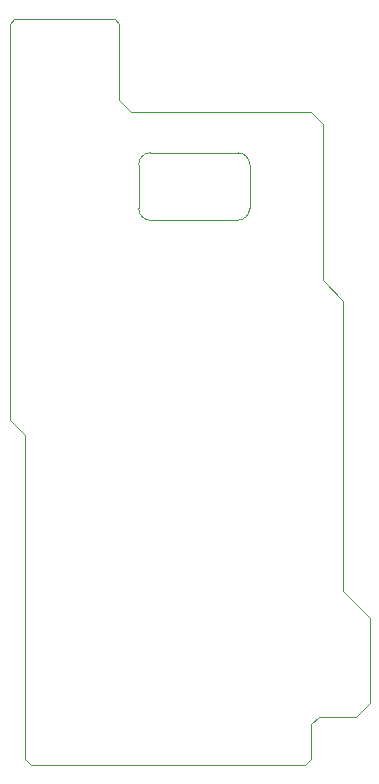
<source format=gbr>
%TF.GenerationSoftware,KiCad,Pcbnew,7.0.7*%
%TF.CreationDate,2023-10-06T13:44:46-06:00*%
%TF.ProjectId,pico_flatflex,7069636f-5f66-46c6-9174-666c65782e6b,rev?*%
%TF.SameCoordinates,Original*%
%TF.FileFunction,Profile,NP*%
%FSLAX46Y46*%
G04 Gerber Fmt 4.6, Leading zero omitted, Abs format (unit mm)*
G04 Created by KiCad (PCBNEW 7.0.7) date 2023-10-06 13:44:46*
%MOMM*%
%LPD*%
G01*
G04 APERTURE LIST*
%TA.AperFunction,Profile*%
%ADD10C,0.100000*%
%TD*%
G04 APERTURE END LIST*
D10*
X21971000Y-157099000D02*
X21463000Y-156591000D01*
X45212000Y-157099000D02*
X45669200Y-156591000D01*
X45720000Y-101854000D02*
X46736000Y-102870000D01*
X30480000Y-101854000D02*
X45720000Y-101854000D01*
X29464000Y-100838000D02*
X30480000Y-101854000D01*
X29464000Y-94361000D02*
X29464000Y-100838000D01*
X29083000Y-93980000D02*
X29464000Y-94361000D01*
X20574000Y-93980000D02*
X29083000Y-93980000D01*
X20193000Y-94361000D02*
X20574000Y-93980000D01*
X20193000Y-127889000D02*
X20193000Y-94361000D01*
X21463000Y-129159000D02*
X20193000Y-127889000D01*
X21463000Y-156591000D02*
X21463000Y-129159000D01*
X45212000Y-157099000D02*
X21971000Y-157099000D01*
X45669200Y-153670000D02*
X45669200Y-156591000D01*
X46355000Y-153035000D02*
X45669200Y-153670000D01*
X49530000Y-153035000D02*
X46355000Y-153035000D01*
X50673000Y-151892000D02*
X49530000Y-153035000D01*
X50673000Y-144653000D02*
X50673000Y-151892000D01*
X48387000Y-142367000D02*
X50673000Y-144653000D01*
X48387000Y-121589800D02*
X48387000Y-142367000D01*
X48387000Y-121335800D02*
X48387000Y-121589800D01*
X48387000Y-117856000D02*
X48387000Y-121335800D01*
X46736000Y-116078000D02*
X48387000Y-117856000D01*
X46736000Y-102870000D02*
X46736000Y-116078000D01*
X40513000Y-106283000D02*
G75*
G03*
X39513000Y-105283000I-1000000J0D01*
G01*
X32115000Y-105283000D02*
G75*
G03*
X31115000Y-106283000I0J-1000000D01*
G01*
X31115000Y-109998000D02*
X31115000Y-106283000D01*
X39513000Y-110998000D02*
G75*
G03*
X40513000Y-109998000I0J1000000D01*
G01*
X32115000Y-105283000D02*
X39513000Y-105283000D01*
X40513000Y-106283000D02*
X40513000Y-109998000D01*
X39513000Y-110998000D02*
X32115000Y-110998000D01*
X31115000Y-109998000D02*
G75*
G03*
X32115000Y-110998000I1000000J0D01*
G01*
M02*

</source>
